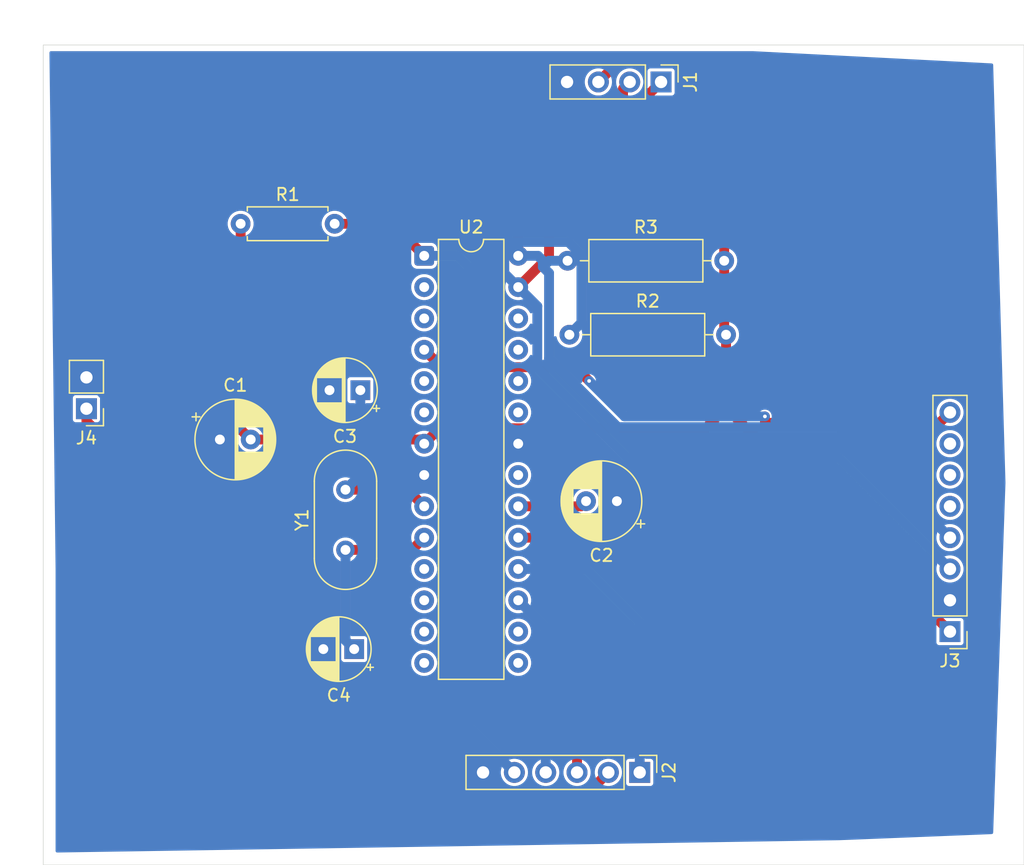
<source format=kicad_pcb>
(kicad_pcb (version 20241229) (generator "pcbnew") (generator_version "9.0")
  (title_block (title "BlackBox"))
  (layers (0 "F.Cu" signal) (2 "B.Cu" signal) (13 "F.Paste" user) (15 "B.Paste" user) (5 "F.SilkS" user "F.Silkscreen") (7 "B.SilkS" user "B.Silkscreen") (1 "F.Mask" user) (3 "B.Mask" user) (25 "Edge.Cuts" user))
  (net 0 "")
  (net 1 "/GND")
  (net 2 "/5V")
  (net 3 "Net-(U2-AVCC)")
  (net 4 "Net-(U2-XTAL1{slash}PB6)")
  (net 5 "Net-(U2-XTAL2{slash}PB7)")
  (net 6 "/SDA")
  (net 7 "/SCL")
  (net 8 "/4 MOSI")
  (net 9 "/1 MISO")
  (net 10 "/5 RST")
  (net 11 "/3 SCK")
  (net 14 "/INT0")
  (footprint "Capacitor_THT:CP_Radial_D5.0mm_P2.50mm" (layer "F.Cu") (at 133.705113 86.5 180)
    (property "Reference" "C3" (at 1.25 -3.75 0) (layer "F.SilkS"))
    (property "Value" "22p")
    (pad "1" thru_hole rect (at 0 0 180) (size 1.6 1.6) (drill 0.8) (layers "*.Cu" "*.Mask") (net 4 "Net-(U2-XTAL1{slash}PB6)"))
    (pad "2" thru_hole circle (at 2.5 0 180) (size 1.6 1.6) (drill 0.8) (layers "*.Cu" "*.Mask") (net 1 "/GND"))
  )
  (footprint "Capacitor_THT:CP_Radial_D6.3mm_P2.50mm" (layer "F.Cu") (at 154.5 95.5 180)
    (property "Reference" "C2" (at 1.25 -4.4 0) (layer "F.SilkS"))
    (property "Value" "100n")
    (pad "1" thru_hole rect (at 0 0 180) (size 1.6 1.6) (drill 0.8) (layers "*.Cu" "*.Mask") (net 1 "/GND"))
    (pad "2" thru_hole circle (at 2.5 0 180) (size 1.6 1.6) (drill 0.8) (layers "*.Cu" "*.Mask") (net 3 "Net-(U2-AVCC)"))
  )
  (footprint "Connector_PinHeader_2.54mm:PinHeader_1x04_P2.54mm_Vertical" (layer "F.Cu") (at 158.08 61.5 -90)
    (property "Reference" "J1" (at 0 -2.38 90) (layer "F.SilkS"))
    (property "Value" "Bus_I2C_Commun")
    (pad "1" thru_hole rect (at 0 0 270) (size 1.7 1.7) (drill 1) (layers "*.Cu" "*.Mask") (net 6 "/SDA"))
    (pad "2" thru_hole circle (at 0 2.54 270) (size 1.7 1.7) (drill 1) (layers "*.Cu" "*.Mask") (net 7 "/SCL"))
    (pad "3" thru_hole circle (at 0 5.08 270) (size 1.7 1.7) (drill 1) (layers "*.Cu" "*.Mask") (net 2 "/5V"))
    (pad "4" thru_hole circle (at 0 7.62 270) (size 1.7 1.7) (drill 1) (layers "*.Cu" "*.Mask") (net 1 "/GND"))
  )
  (footprint "Resistor_THT:R_Axial_DIN0207_L6.3mm_D2.5mm_P7.62mm_Horizontal" (layer "F.Cu") (at 124 73)
    (property "Reference" "R1" (at 3.81 -2.37 0) (layer "F.SilkS"))
    (property "Value" "10k")
    (pad "1" thru_hole circle (at 0 0) (size 1.6 1.6) (drill 0.8) (layers "*.Cu" "*.Mask") (net 2 "/5V"))
    (pad "2" thru_hole oval (at 7.62 0) (size 1.6 1.6) (drill 0.8) (layers "*.Cu" "*.Mask") (net 10 "/5 RST"))
  )
  (footprint "Capacitor_THT:CP_Radial_D6.3mm_P2.50mm" (layer "F.Cu") (at 122.317621 90.5)
    (property "Reference" "C1" (at 1.25 -4.4 0) (layer "F.SilkS"))
    (property "Value" "100n")
    (pad "1" thru_hole rect (at 0 0) (size 1.6 1.6) (drill 0.8) (layers "*.Cu" "*.Mask") (net 1 "/GND"))
    (pad "2" thru_hole circle (at 2.5 0) (size 1.6 1.6) (drill 0.8) (layers "*.Cu" "*.Mask") (net 2 "/5V"))
  )
  (footprint "Connector_PinHeader_2.54mm:PinHeader_1x02_P2.54mm_Vertical" (layer "F.Cu") (at 111.5 88 180)
    (property "Reference" "J4" (at 0 -2.38 0) (layer "F.SilkS"))
    (property "Value" "Conn_Alimentation")
    (pad "1" thru_hole rect (at 0 0 180) (size 1.7 1.7) (drill 1) (layers "*.Cu" "*.Mask") (net 2 "/5V"))
    (pad "2" thru_hole circle (at 0 2.54 180) (size 1.7 1.7) (drill 1) (layers "*.Cu" "*.Mask") (net 1 "/GND"))
  )
  (footprint "Package_DIP:DIP-28_W7.62mm" (layer "F.Cu") (at 138.88 75.6)
    (property "Reference" "U2" (at 3.81 -2.33 0) (layer "F.SilkS"))
    (property "Value" "ATmega328P-P")
    (pad "1" thru_hole roundrect (at 0 0) (size 1.6 1.6) (drill 0.8) (layers "*.Cu" "*.Mask") (roundrect_rratio 0.15625) (net 10 "/5 RST"))
    (pad "2" thru_hole circle (at 0 2.54) (size 1.6 1.6) (drill 0.8) (layers "*.Cu" "*.Mask"))
    (pad "3" thru_hole circle (at 0 5.08) (size 1.6 1.6) (drill 0.8) (layers "*.Cu" "*.Mask"))
    (pad "4" thru_hole circle (at 0 7.62) (size 1.6 1.6) (drill 0.8) (layers "*.Cu" "*.Mask") (net 14 "/INT0"))
    (pad "5" thru_hole circle (at 0 10.16) (size 1.6 1.6) (drill 0.8) (layers "*.Cu" "*.Mask"))
    (pad "6" thru_hole circle (at 0 12.7) (size 1.6 1.6) (drill 0.8) (layers "*.Cu" "*.Mask"))
    (pad "7" thru_hole circle (at 0 15.24) (size 1.6 1.6) (drill 0.8) (layers "*.Cu" "*.Mask") (net 2 "/5V"))
    (pad "8" thru_hole circle (at 0 17.78) (size 1.6 1.6) (drill 0.8) (layers "*.Cu" "*.Mask") (net 1 "/GND"))
    (pad "9" thru_hole circle (at 0 20.32) (size 1.6 1.6) (drill 0.8) (layers "*.Cu" "*.Mask") (net 4 "Net-(U2-XTAL1{slash}PB6)"))
    (pad "10" thru_hole circle (at 0 22.86) (size 1.6 1.6) (drill 0.8) (layers "*.Cu" "*.Mask") (net 5 "Net-(U2-XTAL2{slash}PB7)"))
    (pad "11" thru_hole circle (at 0 25.4) (size 1.6 1.6) (drill 0.8) (layers "*.Cu" "*.Mask"))
    (pad "12" thru_hole circle (at 0 27.94) (size 1.6 1.6) (drill 0.8) (layers "*.Cu" "*.Mask"))
    (pad "13" thru_hole circle (at 0 30.48) (size 1.6 1.6) (drill 0.8) (layers "*.Cu" "*.Mask"))
    (pad "14" thru_hole circle (at 0 33.02) (size 1.6 1.6) (drill 0.8) (layers "*.Cu" "*.Mask"))
    (pad "15" thru_hole circle (at 7.62 33.02) (size 1.6 1.6) (drill 0.8) (layers "*.Cu" "*.Mask"))
    (pad "16" thru_hole circle (at 7.62 30.48) (size 1.6 1.6) (drill 0.8) (layers "*.Cu" "*.Mask"))
    (pad "17" thru_hole circle (at 7.62 27.94) (size 1.6 1.6) (drill 0.8) (layers "*.Cu" "*.Mask") (net 8 "/4 MOSI"))
    (pad "18" thru_hole circle (at 7.62 25.4) (size 1.6 1.6) (drill 0.8) (layers "*.Cu" "*.Mask") (net 9 "/1 MISO"))
    (pad "19" thru_hole circle (at 7.62 22.86) (size 1.6 1.6) (drill 0.8) (layers "*.Cu" "*.Mask") (net 11 "/3 SCK"))
    (pad "20" thru_hole circle (at 7.62 20.32) (size 1.6 1.6) (drill 0.8) (layers "*.Cu" "*.Mask") (net 3 "Net-(U2-AVCC)"))
    (pad "21" thru_hole circle (at 7.62 17.78) (size 1.6 1.6) (drill 0.8) (layers "*.Cu" "*.Mask"))
    (pad "22" thru_hole circle (at 7.62 15.24) (size 1.6 1.6) (drill 0.8) (layers "*.Cu" "*.Mask") (net 1 "/GND"))
    (pad "23" thru_hole circle (at 7.62 12.7) (size 1.6 1.6) (drill 0.8) (layers "*.Cu" "*.Mask"))
    (pad "24" thru_hole circle (at 7.62 10.16) (size 1.6 1.6) (drill 0.8) (layers "*.Cu" "*.Mask"))
    (pad "25" thru_hole circle (at 7.62 7.62) (size 1.6 1.6) (drill 0.8) (layers "*.Cu" "*.Mask"))
    (pad "26" thru_hole circle (at 7.62 5.08) (size 1.6 1.6) (drill 0.8) (layers "*.Cu" "*.Mask"))
    (pad "27" thru_hole circle (at 7.62 2.54) (size 1.6 1.6) (drill 0.8) (layers "*.Cu" "*.Mask") (net 6 "/SDA"))
    (pad "28" thru_hole circle (at 7.62 0) (size 1.6 1.6) (drill 0.8) (layers "*.Cu" "*.Mask") (net 7 "/SCL"))
  )
  (footprint "Connector_PinHeader_2.54mm:PinHeader_1x08_P2.54mm_Vertical" (layer "F.Cu") (at 181.5 106.08 180)
    (property "Reference" "J3" (at 0 -2.38 0) (layer "F.SilkS"))
    (property "Value" "MPU-6050")
    (pad "1" thru_hole rect (at 0 0 180) (size 1.7 1.7) (drill 1) (layers "*.Cu" "*.Mask") (net 2 "/5V"))
    (pad "2" thru_hole circle (at 0 2.54 180) (size 1.7 1.7) (drill 1) (layers "*.Cu" "*.Mask") (net 1 "/GND"))
    (pad "3" thru_hole circle (at 0 5.08 180) (size 1.7 1.7) (drill 1) (layers "*.Cu" "*.Mask") (net 6 "/SDA"))
    (pad "4" thru_hole circle (at 0 7.62 180) (size 1.7 1.7) (drill 1) (layers "*.Cu" "*.Mask") (net 7 "/SCL"))
    (pad "5" thru_hole circle (at 0 10.16 180) (size 1.7 1.7) (drill 1) (layers "*.Cu" "*.Mask"))
    (pad "6" thru_hole circle (at 0 12.7 180) (size 1.7 1.7) (drill 1) (layers "*.Cu" "*.Mask"))
    (pad "7" thru_hole circle (at 0 15.24 180) (size 1.7 1.7) (drill 1) (layers "*.Cu" "*.Mask"))
    (pad "8" thru_hole circle (at 0 17.78 180) (size 1.7 1.7) (drill 1) (layers "*.Cu" "*.Mask") (net 14 "/INT0"))
  )
  (footprint "Crystal:Crystal_HC49-U_Vertical" (layer "F.Cu") (at 132.5 99.45 90)
    (property "Reference" "Y1" (at 2.44 -3.525 90) (layer "F.SilkS"))
    (property "Value" "Crystal")
    (pad "1" thru_hole circle (at 0 0 90) (size 1.5 1.5) (drill 0.8) (layers "*.Cu" "*.Mask") (net 5 "Net-(U2-XTAL2{slash}PB7)"))
    (pad "2" thru_hole circle (at 4.88 0 90) (size 1.5 1.5) (drill 0.8) (layers "*.Cu" "*.Mask") (net 4 "Net-(U2-XTAL1{slash}PB6)"))
  )
  (footprint "Resistor_THT:R_Axial_DIN0309_L9.0mm_D3.2mm_P12.70mm_Horizontal" (layer "F.Cu") (at 150.65 82)
    (property "Reference" "R2" (at 6.35 -2.72 0) (layer "F.SilkS"))
    (property "Value" "4.7k")
    (pad "1" thru_hole circle (at 0 0) (size 1.6 1.6) (drill 0.8) (layers "*.Cu" "*.Mask") (net 6 "/SDA"))
    (pad "2" thru_hole oval (at 12.7 0) (size 1.6 1.6) (drill 0.8) (layers "*.Cu" "*.Mask") (net 2 "/5V"))
  )
  (footprint "Resistor_THT:R_Axial_DIN0309_L9.0mm_D3.2mm_P12.70mm_Horizontal" (layer "F.Cu") (at 150.5 76)
    (property "Reference" "R3" (at 6.35 -2.72 0) (layer "F.SilkS"))
    (property "Value" "4.7k")
    (pad "1" thru_hole circle (at 0 0) (size 1.6 1.6) (drill 0.8) (layers "*.Cu" "*.Mask") (net 7 "/SCL"))
    (pad "2" thru_hole oval (at 12.7 0) (size 1.6 1.6) (drill 0.8) (layers "*.Cu" "*.Mask") (net 2 "/5V"))
  )
  (footprint "Connector_PinHeader_2.54mm:PinHeader_1x06_P2.54mm_Vertical" (layer "F.Cu") (at 156.35 117.5 -90)
    (property "Reference" "J2" (at 0 -2.38 90) (layer "F.SilkS"))
    (property "Value" "Programmateur_ISP")
    (pad "1" thru_hole rect (at 0 0 270) (size 1.7 1.7) (drill 1) (layers "*.Cu" "*.Mask") (net 9 "/1 MISO"))
    (pad "2" thru_hole circle (at 0 2.54 270) (size 1.7 1.7) (drill 1) (layers "*.Cu" "*.Mask") (net 2 "/5V"))
    (pad "3" thru_hole circle (at 0 5.08 270) (size 1.7 1.7) (drill 1) (layers "*.Cu" "*.Mask") (net 11 "/3 SCK"))
    (pad "4" thru_hole circle (at 0 7.62 270) (size 1.7 1.7) (drill 1) (layers "*.Cu" "*.Mask") (net 8 "/4 MOSI"))
    (pad "5" thru_hole circle (at 0 10.16 270) (size 1.7 1.7) (drill 1) (layers "*.Cu" "*.Mask") (net 10 "/5 RST"))
    (pad "6" thru_hole circle (at 0 12.7 270) (size 1.7 1.7) (drill 1) (layers "*.Cu" "*.Mask") (net 1 "/GND"))
  )
  (footprint "Capacitor_THT:CP_Radial_D5.0mm_P2.50mm" (layer "F.Cu") (at 133.205113 107.5 180)
    (property "Reference" "C4" (at 1.25 -3.75 0) (layer "F.SilkS"))
    (property "Value" "22p")
    (pad "1" thru_hole rect (at 0 0 180) (size 1.6 1.6) (drill 0.8) (layers "*.Cu" "*.Mask") (net 5 "Net-(U2-XTAL2{slash}PB7)"))
    (pad "2" thru_hole circle (at 2.5 0 180) (size 1.6 1.6) (drill 0.8) (layers "*.Cu" "*.Mask") (net 1 "/GND"))
  )
  (gr_rect (start 108 58.5) (end 187.5 125) (stroke (width 0.05)) (fill no) (layer "Edge.Cuts"))
  (segment (start 143.96 93.38) (end 146.5 90.84) (width 0.8) (layer "F.Cu") (net 1))
  (segment (start 138.88 93.38) (end 143.96 93.38) (width 0.8) (layer "F.Cu") (net 1))
  (segment (start 126.317621 86.5) (end 131.205113 86.5) (width 0.8) (layer "B.Cu") (net 1))
  (segment (start 162.54 103.54) (end 181.5 103.54) (width 0.8) (layer "B.Cu") (net 1))
  (segment (start 131.205113 83.294887) (end 131.205113 86.5) (width 0.8) (layer "B.Cu") (net 1))
  (segment (start 140.705113 117.5) (end 143.65 117.5) (width 0.8) (layer "B.Cu") (net 1))
  (segment (start 135 71) (end 135 79.5) (width 0.8) (layer "B.Cu") (net 1))
  (segment (start 149.84 90.84) (end 154.5 95.5) (width 0.8) (layer "B.Cu") (net 1))
  (segment (start 148.15 122) (end 160 122) (width 0.8) (layer "B.Cu") (net 1))
  (segment (start 122.317621 99.112508) (end 130.705113 107.5) (width 0.8) (layer "B.Cu") (net 1))
  (segment (start 161.5 120.5) (end 161.5 102.5) (width 0.8) (layer "B.Cu") (net 1))
  (segment (start 111.5 85.46) (end 116.54 90.5) (width 0.8) (layer "B.Cu") (net 1))
  (segment (start 150.46 61.5) (end 146.73 65.23) (width 0.8) (layer "B.Cu") (net 1))
  (segment (start 135 79.5) (end 131.205113 83.294887) (width 0.8) (layer "B.Cu") (net 1))
  (segment (start 122.317621 90.5) (end 122.317621 99.112508) (width 0.8) (layer "B.Cu") (net 1))
  (segment (start 139 67) (end 135 71) (width 0.8) (layer "B.Cu") (net 1))
  (segment (start 146.73 65.23) (end 145 66.96) (width 0.8) (layer "B.Cu") (net 1))
  (segment (start 160 122) (end 161.5 120.5) (width 0.8) (layer "B.Cu") (net 1))
  (segment (start 145 66.96) (end 145 67) (width 0.8) (layer "B.Cu") (net 1))
  (segment (start 143.65 117.5) (end 148.15 122) (width 0.8) (layer "B.Cu") (net 1))
  (segment (start 146.5 90.84) (end 149.84 90.84) (width 0.8) (layer "B.Cu") (net 1))
  (segment (start 145 67) (end 139 67) (width 0.8) (layer "B.Cu") (net 1))
  (segment (start 130.705113 107.5) (end 140.705113 117.5) (width 0.8) (layer "B.Cu") (net 1))
  (segment (start 161.5 102.5) (end 162.54 103.54) (width 0.8) (layer "B.Cu") (net 1))
  (segment (start 116.54 90.5) (end 122.317621 90.5) (width 0.8) (layer "B.Cu") (net 1))
  (segment (start 154.5 95.5) (end 161.5 102.5) (width 0.8) (layer "B.Cu") (net 1))
  (segment (start 122.317621 90.5) (end 126.317621 86.5) (width 0.8) (layer "B.Cu") (net 1))
  (segment (start 163.35 82) (end 163.35 87.93) (width 0.8) (layer "F.Cu") (net 2))
  (segment (start 155 59.5) (end 162 59.5) (width 0.8) (layer "F.Cu") (net 2))
  (segment (start 131 121.5) (end 113.75 104.25) (width 0.8) (layer "F.Cu") (net 2))
  (segment (start 163.35 87.93) (end 181.5 106.08) (width 0.8) (layer "F.Cu") (net 2))
  (segment (start 113.75 104.25) (end 113.75 91.25) (width 0.8) (layer "F.Cu") (net 2))
  (segment (start 111.5 89) (end 113.75 91.25) (width 0.8) (layer "F.Cu") (net 2))
  (segment (start 140.131 89.589) (end 161.691 89.589) (width 0.8) (layer "F.Cu") (net 2))
  (segment (start 162 59.5) (end 163.2 60.7) (width 0.8) (layer "F.Cu") (net 2))
  (segment (start 111.5 88) (end 111.5 89) (width 0.8) (layer "F.Cu") (net 2))
  (segment (start 120.5 98) (end 126 98) (width 0.8) (layer "F.Cu") (net 2))
  (segment (start 138.54 90.5) (end 138.88 90.84) (width 0.8) (layer "F.Cu") (net 2))
  (segment (start 126 98) (end 129 95) (width 0.8) (layer "F.Cu") (net 2))
  (segment (start 153 61.5) (end 155 59.5) (width 0.8) (layer "F.Cu") (net 2))
  (segment (start 163.2 60.7) (end 163.2 76) (width 0.8) (layer "F.Cu") (net 2))
  (segment (start 163.2 81.85) (end 163.35 82) (width 0.8) (layer "F.Cu") (net 2))
  (segment (start 124 89.682379) (end 124.817621 90.5) (width 0.8) (layer "F.Cu") (net 2))
  (segment (start 129 95) (end 129 90.5) (width 0.8) (layer "F.Cu") (net 2))
  (segment (start 113.75 91.25) (end 120.5 98) (width 0.8) (layer "F.Cu") (net 2))
  (segment (start 124.817621 90.5) (end 129 90.5) (width 0.8) (layer "F.Cu") (net 2))
  (segment (start 161.691 89.589) (end 163.35 87.93) (width 0.8) (layer "F.Cu") (net 2))
  (segment (start 138.88 90.84) (end 140.131 89.589) (width 0.8) (layer "F.Cu") (net 2))
  (segment (start 124 73) (end 124 89.682379) (width 0.8) (layer "F.Cu") (net 2))
  (segment (start 163.2 76) (end 163.2 81.85) (width 0.8) (layer "F.Cu") (net 2))
  (segment (start 149.81 121.5) (end 131 121.5) (width 0.8) (layer "F.Cu") (net 2))
  (segment (start 129 90.5) (end 138.54 90.5) (width 0.8) (layer "F.Cu") (net 2))
  (segment (start 153.81 117.5) (end 149.81 121.5) (width 0.8) (layer "F.Cu") (net 2))
  (segment (start 146.5 95.92) (end 151.58 95.92) (width 0.8) (layer "F.Cu") (net 3))
  (segment (start 151.58 95.92) (end 152 95.5) (width 0.8) (layer "F.Cu") (net 3))
  (segment (start 132.5 94.57) (end 137.53 94.57) (width 0.8) (layer "F.Cu") (net 4))
  (segment (start 137.53 94.57) (end 138.88 95.92) (width 0.8) (layer "F.Cu") (net 4))
  (segment (start 133.705113 93.364887) (end 132.5 94.57) (width 0.8) (layer "B.Cu") (net 4))
  (segment (start 133.705113 86.5) (end 133.705113 93.364887) (width 0.8) (layer "B.Cu") (net 4))
  (segment (start 137.89 99.45) (end 138.88 98.46) (width 0.8) (layer "F.Cu") (net 5))
  (segment (start 132.5 99.45) (end 137.89 99.45) (width 0.8) (layer "F.Cu") (net 5))
  (segment (start 132.5 99.45) (end 132.5 106.794887) (width 0.8) (layer "B.Cu") (net 5))
  (segment (start 132.5 106.794887) (end 133.205113 107.5) (width 0.8) (layer "B.Cu") (net 5))
  (segment (start 149 75.64) (end 149 69.5) (width 0.8) (layer "F.Cu") (net 6))
  (segment (start 146.5 78.14) (end 149 75.64) (width 0.8) (layer "F.Cu") (net 6))
  (segment (start 150.08 69.5) (end 158.08 61.5) (width 0.8) (layer "F.Cu") (net 6))
  (segment (start 149 69.5) (end 150.08 69.5) (width 0.8) (layer "F.Cu") (net 6))
  (segment (start 151.626 75.533595) (end 150.566405 74.474) (width 0.8) (layer "B.Cu") (net 6))
  (segment (start 148.049 84.68681) (end 155.36219 92) (width 0.8) (layer "B.Cu") (net 6))
  (segment (start 172.5 92) (end 181.5 101) (width 0.8) (layer "B.Cu") (net 6))
  (segment (start 150.566405 74.474) (end 146.033595 74.474) (width 0.8) (layer "B.Cu") (net 6))
  (segment (start 146.5 78.14) (end 148.049 79.689) (width 0.8) (layer "B.Cu") (net 6))
  (segment (start 150.65 82) (end 151.626 81.024) (width 0.8) (layer "B.Cu") (net 6))
  (segment (start 155.36219 92) (end 172.5 92) (width 0.8) (layer "B.Cu") (net 6))
  (segment (start 146.033595 74.474) (end 145.374 75.133595) (width 0.8) (layer "B.Cu") (net 6))
  (segment (start 148.049 79.689) (end 148.049 84.68681) (width 0.8) (layer "B.Cu") (net 6))
  (segment (start 145.374 75.133595) (end 145.374 77.014) (width 0.8) (layer "B.Cu") (net 6))
  (segment (start 151.626 81.024) (end 151.626 75.533595) (width 0.8) (layer "B.Cu") (net 6))
  (segment (start 145.374 77.014) (end 146.5 78.14) (width 0.8) (layer "B.Cu") (net 6))
  (segment (start 151 63) (end 155 63) (width 0.8) (layer "F.Cu") (net 7))
  (segment (start 155 62.04) (end 155.54 61.5) (width 0.8) (layer "F.Cu") (net 7))
  (segment (start 146.5 67.5) (end 151 63) (width 0.8) (layer "F.Cu") (net 7))
  (segment (start 155 63) (end 155 62.04) (width 0.8) (layer "F.Cu") (net 7))
  (segment (start 146.5 75.6) (end 146.5 67.5) (width 0.8) (layer "F.Cu") (net 7))
  (segment (start 148.1 75.6) (end 148.5 76) (width 0.8) (layer "B.Cu") (net 7))
  (segment (start 150.5 76) (end 149 76) (width 0.8) (layer "B.Cu") (net 7))
  (segment (start 149 76) (end 148.5 76.5) (width 0.8) (layer "B.Cu") (net 7))
  (segment (start 149 77) (end 149 83.925125) (width 0.8) (layer "B.Cu") (net 7))
  (segment (start 148.5 76.5) (end 149 77) (width 0.8) (layer "B.Cu") (net 7))
  (segment (start 146.5 75.6) (end 148.1 75.6) (width 0.8) (layer "B.Cu") (net 7))
  (segment (start 149 83.925125) (end 154.574875 89.5) (width 0.8) (layer "B.Cu") (net 7))
  (segment (start 148.5 76) (end 148.5 76.5) (width 0.8) (layer "B.Cu") (net 7))
  (segment (start 154.574875 89.5) (end 172.54 89.5) (width 0.8) (layer "B.Cu") (net 7))
  (segment (start 172.54 89.5) (end 181.5 98.46) (width 0.8) (layer "B.Cu") (net 7))
  (segment (start 148.73 117.5) (end 148.73 105.77) (width 0.8) (layer "B.Cu") (net 8))
  (segment (start 148.73 105.77) (end 146.5 103.54) (width 0.8) (layer "B.Cu") (net 8))
  (segment (start 156.35 105.35) (end 152 101) (width 0.8) (layer "B.Cu") (net 9))
  (segment (start 156.35 117.5) (end 156.35 105.35) (width 0.8) (layer "B.Cu") (net 9))
  (segment (start 152 101) (end 146.5 101) (width 0.8) (layer "B.Cu") (net 9))
  (segment (start 131.62 73) (end 136.28 73) (width 0.8) (layer "F.Cu") (net 10))
  (segment (start 136.28 73) (end 138.88 75.6) (width 0.8) (layer "F.Cu") (net 10))
  (segment (start 142.5 76.5) (end 141.6 75.6) (width 0.8) (layer "B.Cu") (net 10))
  (segment (start 141.6 75.6) (end 138.88 75.6) (width 0.8) (layer "B.Cu") (net 10))
  (segment (start 142.5 113.81) (end 142.5 76.5) (width 0.8) (layer "B.Cu") (net 10))
  (segment (start 146.19 117.5) (end 142.5 113.81) (width 0.8) (layer "B.Cu") (net 10))
  (segment (start 149.96 98.46) (end 146.5 98.46) (width 0.8) (layer "F.Cu") (net 11))
  (segment (start 151.27 99.77) (end 149.96 98.46) (width 0.8) (layer "F.Cu") (net 11))
  (segment (start 151.27 117.5) (end 151.27 99.77) (width 0.8) (layer "F.Cu") (net 11))
  (segment (start 152.25 85.75) (end 151.134 84.634) (width 0.8) (layer "F.Cu") (net 14))
  (segment (start 140.294 84.634) (end 138.88 83.22) (width 0.8) (layer "F.Cu") (net 14))
  (segment (start 181.5 88.3) (end 180.65 89.15) (width 0.8) (layer "F.Cu") (net 14))
  (segment (start 151.134 84.634) (end 140.294 84.634) (width 0.8) (layer "F.Cu") (net 14))
  (segment (start 180.65 89.15) (end 166.65 89.15) (width 0.8) (layer "F.Cu") (net 14))
  (segment (start 166.5 89) (end 166.5 88.626) (width 0.8) (layer "F.Cu") (net 14))
  (segment (start 166.65 89.15) (end 166.5 89) (width 0.8) (layer "F.Cu") (net 14))
  (via (at 166.5 88.626) (size 0.6) (drill 0.3) (layers "F.Cu" "B.Cu") (net 14))
  (via (at 152.25 85.75) (size 0.6) (drill 0.3) (layers "F.Cu" "B.Cu") (net 14))
  (segment (start 166.5 88.626) (end 155.126 88.626) (width 0.8) (layer "B.Cu") (net 14))
  (segment (start 155.126 88.626) (end 152.25 85.75) (width 0.8) (layer "B.Cu") (net 14))
  (zone (net 1) (net_name "/GND") (layer "B.Cu") (connect_pads yes (clearance 0.25)) (min_thickness 0.25) (fill yes (thermal_gap 0.5) (thermal_bridge_width 0.5))
    (polygon (pts (xy 108.5 59) (xy 154 59) (xy 165.5 59) (xy 185 60) (xy 186 94) (xy 185 122.5) (xy 172.5 123) (xy 109 124) (xy 109 101)))
  )
)
</source>
